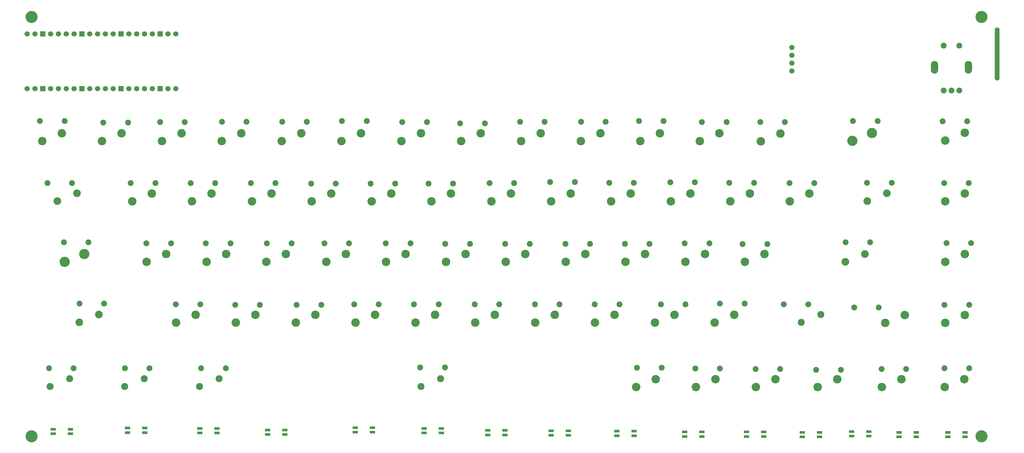
<source format=gts>
G04 Layer: TopSolderMaskLayer*
G04 EasyEDA v6.5.48, 2025-03-21 03:43:35*
G04 8df40c406dd64a40a88ac0f89ec13ad7,969951738f564c6b9e5867b4eeab67b3,10*
G04 Gerber Generator version 0.2*
G04 Scale: 100 percent, Rotated: No, Reflected: No *
G04 Dimensions in inches *
G04 leading zeros omitted , absolute positions ,3 integer and 6 decimal *
%FSLAX36Y36*%
%MOIN*%

%AMMACRO1*4,1,8,-0.0323,-0.0181,-0.0335,-0.017,-0.0335,0.017,-0.0323,0.0181,0.0323,0.0181,0.0335,0.017,0.0335,-0.017,0.0323,-0.0181,-0.0323,-0.0181,0*%
%AMMACRO2*4,1,8,-0.0323,-0.0335,-0.0335,-0.0323,-0.0335,0.0323,-0.0323,0.0335,0.0323,0.0335,0.0335,0.0323,0.0335,-0.0323,0.0323,-0.0335,-0.0323,-0.0335,0*%
%ADD10C,0.1080*%
%ADD11C,0.0980*%
%ADD12MACRO1*%
%ADD13C,0.0749*%
%ADD14C,0.1540*%
%ADD15C,0.0900*%
%ADD16C,0.1310*%
%ADD17C,0.0670*%
%ADD18O,0.094551X0.16147999999999998*%
%ADD19MACRO2*%
%ADD20O,0.063055X0.678999*%
%ADD21O,0.0154X0.678999*%

%LPD*%
D10*
G01*
X2055000Y1612300D03*
G01*
X2305000Y1712300D03*
G01*
X1290000Y1612300D03*
G01*
X1540000Y1712300D03*
G01*
X525000Y1612300D03*
G01*
X775000Y1712300D03*
G01*
X12315000Y167300D03*
G01*
X12065000Y67300D03*
G01*
X10685000Y-1432699D03*
G01*
X10435000Y-1532699D03*
G01*
X12315000Y1717300D03*
G01*
X12065000Y1617300D03*
G01*
X12315000Y942300D03*
G01*
X12065000Y842300D03*
G01*
X12315000Y-612699D03*
G01*
X12065000Y-712699D03*
G01*
X12310000Y-1432699D03*
G01*
X12060000Y-1532699D03*
G01*
X11550000Y-612699D03*
G01*
X11300000Y-712699D03*
G01*
X11505000Y-1432699D03*
G01*
X11255000Y-1532699D03*
G01*
X9895000Y-1432699D03*
G01*
X9645000Y-1532699D03*
G01*
X9130000Y-1432699D03*
G01*
X8880000Y-1532699D03*
G01*
X8365000Y-1432699D03*
G01*
X8115000Y-1532699D03*
G01*
X9370000Y-607699D03*
G01*
X9120000Y-707699D03*
G01*
X8605000Y-607699D03*
G01*
X8355000Y-707699D03*
G01*
X7840000Y-607699D03*
G01*
X7590000Y-707699D03*
G01*
X7075000Y-607699D03*
G01*
X6825000Y-707699D03*
G01*
X9755000Y167300D03*
G01*
X9505000Y67300D03*
G01*
X8995000Y167300D03*
G01*
X8745000Y67300D03*
G01*
X8230000Y167300D03*
G01*
X7980000Y67300D03*
G01*
X7465000Y167300D03*
G01*
X7215000Y67300D03*
G01*
X6700000Y167300D03*
G01*
X6450000Y67300D03*
G01*
X10330000Y942300D03*
G01*
X10080000Y842300D03*
G01*
X9570000Y942300D03*
G01*
X9320000Y842300D03*
G01*
X8810000Y942300D03*
G01*
X8560000Y842300D03*
G01*
X8045000Y942300D03*
G01*
X7795000Y842300D03*
G01*
X7280000Y942300D03*
G01*
X7030000Y842300D03*
G01*
X6515000Y942300D03*
G01*
X6265000Y842300D03*
G01*
X6310000Y-607699D03*
G01*
X6060000Y-707699D03*
G01*
X5935000Y167300D03*
G01*
X5685000Y67300D03*
G01*
X5750000Y942300D03*
G01*
X5500000Y842300D03*
G01*
X4985000Y942300D03*
G01*
X4735000Y842300D03*
G01*
X5170000Y167300D03*
G01*
X4920000Y67300D03*
G01*
X5545000Y-607699D03*
G01*
X5295000Y-707699D03*
G01*
X4780000Y-607699D03*
G01*
X4530000Y-707699D03*
G01*
X4015000Y-607699D03*
G01*
X3765000Y-707699D03*
G01*
X3640000Y167300D03*
G01*
X3390000Y67300D03*
G01*
X4405000Y167300D03*
G01*
X4155000Y67300D03*
G01*
X4220000Y942300D03*
G01*
X3970000Y842300D03*
G01*
X3455000Y942300D03*
G01*
X3205000Y842300D03*
G01*
X3250000Y-607699D03*
G01*
X3000000Y-707699D03*
G01*
X2875000Y167300D03*
G01*
X2625000Y67300D03*
G01*
X2690000Y942300D03*
G01*
X2440000Y842300D03*
G01*
X2485000Y-607699D03*
G01*
X2235000Y-707699D03*
G01*
X2110000Y167300D03*
G01*
X1860000Y67300D03*
G01*
X1925000Y942300D03*
G01*
X1675000Y842300D03*
G01*
X6895000Y1712300D03*
G01*
X6645000Y1612300D03*
G01*
X9960000Y1707300D03*
G01*
X9710000Y1607300D03*
G01*
X9180000Y1712300D03*
G01*
X8930000Y1612300D03*
G01*
X8420000Y1712300D03*
G01*
X8170000Y1612300D03*
G01*
X7660000Y1712300D03*
G01*
X7410000Y1612300D03*
G01*
X6130000Y1712300D03*
G01*
X5880000Y1612300D03*
G01*
X5365000Y1712300D03*
G01*
X5115000Y1612300D03*
G01*
X4600000Y1712300D03*
G01*
X4350000Y1612300D03*
G01*
X3835000Y1712300D03*
G01*
X3585000Y1612300D03*
G01*
X3070000Y1712300D03*
G01*
X2820000Y1612300D03*
D11*
G01*
X720000Y845000D03*
G01*
X970000Y945000D03*
D12*
G01*
X10869764Y-2100471D03*
G01*
X10869764Y-2159528D03*
G01*
X11090236Y-2159528D03*
G01*
X11090236Y-2100471D03*
G01*
X11474764Y-2110471D03*
G01*
X11474764Y-2169528D03*
G01*
X11695236Y-2169528D03*
G01*
X11695236Y-2110471D03*
G01*
X1614764Y-2055471D03*
G01*
X1614764Y-2114528D03*
G01*
X1835235Y-2114528D03*
G01*
X1835235Y-2055471D03*
G01*
X2539764Y-2060471D03*
G01*
X2539764Y-2119528D03*
G01*
X2760236Y-2119528D03*
G01*
X2760236Y-2060471D03*
G01*
X3404764Y-2080471D03*
G01*
X3404764Y-2139528D03*
G01*
X3625236Y-2139528D03*
G01*
X3625236Y-2080471D03*
G01*
X4524764Y-2050471D03*
G01*
X4524764Y-2109528D03*
G01*
X4745236Y-2109528D03*
G01*
X4745236Y-2050471D03*
G01*
X5404764Y-2060471D03*
G01*
X5404764Y-2119528D03*
G01*
X5625236Y-2119528D03*
G01*
X5625236Y-2060471D03*
G01*
X6219764Y-2085471D03*
G01*
X6219764Y-2144528D03*
G01*
X6440236Y-2144528D03*
G01*
X6440236Y-2085471D03*
G01*
X7029764Y-2090471D03*
G01*
X7029764Y-2149528D03*
G01*
X7250236Y-2149528D03*
G01*
X7250236Y-2090471D03*
G01*
X7869764Y-2095471D03*
G01*
X7869764Y-2154528D03*
G01*
X8090236Y-2154528D03*
G01*
X8090236Y-2095471D03*
G01*
X8734764Y-2105471D03*
G01*
X8734764Y-2164528D03*
G01*
X8955236Y-2164528D03*
G01*
X8955236Y-2105471D03*
G01*
X9524764Y-2105471D03*
G01*
X9524764Y-2164528D03*
G01*
X9745236Y-2164528D03*
G01*
X9745236Y-2105471D03*
G01*
X10239764Y-2110471D03*
G01*
X10239764Y-2169528D03*
G01*
X10460236Y-2169528D03*
G01*
X10460236Y-2110471D03*
G01*
X12099764Y-2110471D03*
G01*
X12099764Y-2169528D03*
G01*
X12320236Y-2169528D03*
G01*
X12320236Y-2110471D03*
G01*
X664764Y-2070471D03*
G01*
X664764Y-2129528D03*
G01*
X885235Y-2129528D03*
G01*
X885235Y-2070471D03*
D13*
G01*
X8747479Y-475000D03*
G01*
X8432520Y-475000D03*
G01*
X7902479Y-475000D03*
G01*
X7587520Y-475000D03*
G01*
X9502479Y-465000D03*
G01*
X9187520Y-465000D03*
G01*
X5592479Y-475000D03*
G01*
X5277520Y-475000D03*
G01*
X4092479Y-480000D03*
G01*
X3777520Y-480000D03*
G01*
X11567479Y-1300000D03*
G01*
X11252520Y-1300000D03*
G01*
X11107479Y320000D03*
G01*
X10792520Y320000D03*
G01*
X9187479Y-1295000D03*
G01*
X8872520Y-1295000D03*
G01*
X2872479Y-1290000D03*
G01*
X2557520Y-1290000D03*
G01*
X10732479Y-1310000D03*
G01*
X10417520Y-1310000D03*
G01*
X927479Y-1290000D03*
G01*
X612519Y-1290000D03*
G01*
X1317479Y-465000D03*
G01*
X1002520Y-465000D03*
G01*
X7137479Y-475000D03*
G01*
X6822520Y-475000D03*
G01*
X6367479Y-475000D03*
G01*
X6052520Y-475000D03*
G01*
X12372479Y-480000D03*
G01*
X12057520Y-480000D03*
G01*
X8442479Y-1285000D03*
G01*
X8127520Y-1285000D03*
G01*
X12372479Y-1290000D03*
G01*
X12057520Y-1290000D03*
G01*
X9957479Y-1300000D03*
G01*
X9642520Y-1300000D03*
G01*
X10317479Y-475000D03*
G01*
X10002520Y-475000D03*
G01*
X5672479Y-1280000D03*
G01*
X5357520Y-1280000D03*
G01*
X11217479Y-515000D03*
G01*
X10902520Y-515000D03*
G01*
X4827479Y-475000D03*
G01*
X4512520Y-475000D03*
G01*
X1897479Y-1290000D03*
G01*
X1582520Y-1290000D03*
G01*
X3307479Y-480000D03*
G01*
X2992520Y-480000D03*
G01*
X2547479Y-475000D03*
G01*
X2232520Y-475000D03*
G01*
X11382479Y1080000D03*
G01*
X11067520Y1080000D03*
G01*
X8467479Y1870000D03*
G01*
X8152520Y1870000D03*
G01*
X3907479Y1860000D03*
G01*
X3592520Y1860000D03*
G01*
X4672479Y1870000D03*
G01*
X4357520Y1870000D03*
G01*
X5442479Y1855000D03*
G01*
X5127520Y1855000D03*
G01*
X6182479Y1840000D03*
G01*
X5867520Y1840000D03*
G01*
X6947479Y1860000D03*
G01*
X6632520Y1860000D03*
G01*
X7727479Y1860000D03*
G01*
X7412520Y1860000D03*
G01*
X12347479Y1865000D03*
G01*
X12032520Y1865000D03*
G01*
X9792479Y295000D03*
G01*
X9477520Y295000D03*
G01*
X10017479Y1855000D03*
G01*
X9702520Y1855000D03*
G01*
X9272479Y1855000D03*
G01*
X8957520Y1855000D03*
G01*
X9052479Y305000D03*
G01*
X8737520Y305000D03*
G01*
X2172479Y305000D03*
G01*
X1857520Y305000D03*
G01*
X11202479Y1870000D03*
G01*
X10887520Y1870000D03*
G01*
X1117479Y320000D03*
G01*
X802520Y320000D03*
G01*
X3712479Y305000D03*
G01*
X3397520Y305000D03*
G01*
X12367479Y1075000D03*
G01*
X12052520Y1075000D03*
G01*
X3507479Y1075000D03*
G01*
X3192520Y1075000D03*
G01*
X812479Y1870000D03*
G01*
X497519Y1870000D03*
G01*
X4447479Y305000D03*
G01*
X4132520Y305000D03*
G01*
X5232479Y305000D03*
G01*
X4917520Y305000D03*
G01*
X5992479Y300000D03*
G01*
X5677520Y300000D03*
G01*
X7332479Y1090000D03*
G01*
X7017520Y1090000D03*
G01*
X6757479Y300000D03*
G01*
X6442520Y300000D03*
G01*
X7527479Y300000D03*
G01*
X7212520Y300000D03*
G01*
X8287479Y300000D03*
G01*
X7972520Y300000D03*
G01*
X8087479Y1080000D03*
G01*
X7772520Y1080000D03*
G01*
X12397479Y310000D03*
G01*
X12082520Y310000D03*
G01*
X8867479Y1085000D03*
G01*
X8552520Y1085000D03*
G01*
X1972479Y1075000D03*
G01*
X1657520Y1075000D03*
G01*
X4277479Y1070000D03*
G01*
X3962520Y1070000D03*
G01*
X2932479Y305000D03*
G01*
X2617520Y305000D03*
G01*
X907479Y1075000D03*
G01*
X592519Y1075000D03*
G01*
X5037479Y1070000D03*
G01*
X4722520Y1070000D03*
G01*
X6557479Y1075000D03*
G01*
X6242520Y1075000D03*
G01*
X2737479Y1075000D03*
G01*
X2422520Y1075000D03*
G01*
X5777479Y1070000D03*
G01*
X5462520Y1070000D03*
G01*
X9622479Y1080000D03*
G01*
X9307520Y1080000D03*
G01*
X10392479Y1075000D03*
G01*
X10077520Y1075000D03*
G01*
X1622479Y1850000D03*
G01*
X1307520Y1850000D03*
G01*
X2347479Y1855000D03*
G01*
X2032520Y1855000D03*
G01*
X3137479Y1860000D03*
G01*
X2822520Y1860000D03*
D14*
G01*
X390000Y3200000D03*
G01*
X12530000Y3200000D03*
G01*
X390000Y-2160000D03*
G01*
X12530000Y-2160000D03*
D15*
G01*
X625000Y-1525000D03*
G01*
X875000Y-1425000D03*
G01*
X1580000Y-1525000D03*
G01*
X1830000Y-1425000D03*
G01*
X2535000Y-1525000D03*
G01*
X2785000Y-1425000D03*
D11*
G01*
X1000000Y-705000D03*
G01*
X1250000Y-605000D03*
D16*
G01*
X811499Y70000D03*
G01*
X1061499Y170000D03*
G01*
X10880000Y1615000D03*
G01*
X11130000Y1715000D03*
D11*
G01*
X10790000Y70000D03*
G01*
X11040000Y170000D03*
G01*
X11070000Y845000D03*
G01*
X11320000Y945000D03*
D17*
G01*
X10105000Y2510000D03*
G01*
X10105000Y2610000D03*
G01*
X10105000Y2710000D03*
G01*
X10105000Y2810000D03*
D13*
G01*
X12044989Y2259560D03*
G01*
X12144989Y2259560D03*
G01*
X12244989Y2259560D03*
G01*
X12044989Y2830430D03*
G01*
X12244989Y2830430D03*
D18*
G01*
X12361530Y2554839D03*
G01*
X11928459Y2554839D03*
D15*
G01*
X5365000Y-1525000D03*
G01*
X5615000Y-1425000D03*
G01*
X10225000Y-705000D03*
G01*
X10475000Y-605000D03*
D17*
G01*
X2231059Y2283389D03*
G01*
X2131059Y2283389D03*
D19*
G01*
X2031064Y2283386D03*
D17*
G01*
X1931059Y2283389D03*
G01*
X1831059Y2283389D03*
G01*
X1731059Y2283389D03*
G01*
X1631059Y2283389D03*
D19*
G01*
X1531065Y2283386D03*
D17*
G01*
X1431069Y2283389D03*
G01*
X1331069Y2283389D03*
G01*
X331069Y2283389D03*
G01*
X431069Y2283389D03*
D19*
G01*
X531066Y2283386D03*
D17*
G01*
X631069Y2283389D03*
G01*
X731069Y2283389D03*
G01*
X831069Y2283389D03*
G01*
X931069Y2283389D03*
D19*
G01*
X1031065Y2283386D03*
D17*
G01*
X1131069Y2283389D03*
G01*
X1231069Y2283389D03*
G01*
X1231069Y2983380D03*
G01*
X1131069Y2983380D03*
D19*
G01*
X1031065Y2983384D03*
D17*
G01*
X931069Y2983380D03*
G01*
X831069Y2983380D03*
G01*
X731069Y2983380D03*
G01*
X631069Y2983380D03*
D19*
G01*
X531066Y2983384D03*
D17*
G01*
X431069Y2983380D03*
G01*
X331069Y2983380D03*
G01*
X1331069Y2983380D03*
G01*
X1431069Y2983380D03*
D19*
G01*
X1531065Y2983384D03*
D17*
G01*
X1631059Y2983380D03*
G01*
X1731059Y2983380D03*
G01*
X1831059Y2983380D03*
G01*
X1931059Y2983380D03*
D19*
G01*
X2031064Y2983384D03*
D17*
G01*
X2131059Y2983380D03*
G01*
X2231059Y2983380D03*
D20*
G01*
X12730000Y2725000D03*
M02*

</source>
